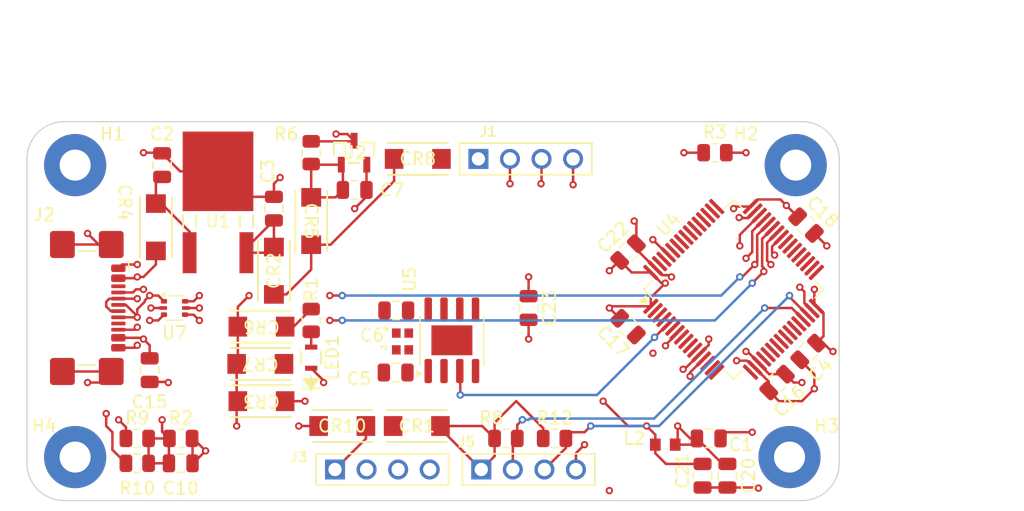
<source format=kicad_pcb>
(kicad_pcb (version 20240108) (generator "pcbnew") (generator_version "8.0")
  (layers (0 "F.Cu" signal) (1 "In1.Cu" signal) (2 "In2.Cu" signal) (31 "B.Cu" signal) (34 "B.Paste" user) (35 "F.Paste" user) (36 "B.SilkS" user "B.Silkscreen") (37 "F.SilkS" user "F.Silkscreen") (38 "B.Mask" user) (39 "F.Mask" user) (44 "Edge.Cuts" user))
  (net 0 "")
  (net 1 "GND")
  (net 2 "VBUS")
  (net 3 "GNDPWR")
  (net 4 "Net-(LED1-Pad2)")
  (net 5 "SWCLK")
  (net 6 "SWDIO")
  (net 7 "USB_D-")
  (net 10 "USB_D+")
  (net 11 "USB_CC2")
  (net 12 "USB_CC1")
  (net 13 "USART1_TX")
  (net 14 "USART1_RX")
  (net 15 "I2C2_SCL")
  (net 16 "I2C2_SDA")
  (net 26 "USB_N")
  (net 36 "+3.3VA")
  (net 38 "USB_P")
  (net 60 "+5V")
  (net 61 "+3V3")
  (net 62 "VDD")
  (net 63 "XOUT")
  (net 64 "XIN")
  (net 65 "VPP")
  (net 66 "VDC")
  (net 67 "VCC")
  (net 68 "VCOM")
  (net 69 "Boot0")
  (net 70 "RST_L")
  (net 72 "CLK_32MHZ")
  (footprint "Package_QFP:LQFP-64_10x10mm_P0.5mm" (layer "F.Cu") (at 73.5 44.5 45)
    (property "Reference" "U4")
    (property "Value" "STM32F070RBTx")
  )
  (footprint "J_1x4:PPTC041LFBN-RC" (layer "F.Cu") (at 57 59)
    (property "Reference" "J5")
    (property "Value" "Conn_01x04_Pin")
  )
  (footprint "DIODE_SCHOTTKY_40V_3A:SDO_KAVX_KAV" (layer "F.Cu") (at 48.08 34)
    (property "Reference" "CR8")
    (property "Value" "SD2010S040S3R0")
  )
  (footprint "Capacitor_SMD:C_0805_2012Metric" (layer "F.Cu") (at 57 46 -90)
    (property "Reference" "C23")
    (property "Value" "C")
  )
  (footprint "Capacitor_SMD:C_0805_2012Metric" (layer "F.Cu") (at 36.5 38 -90)
    (property "Reference" "C3")
    (property "Value" "C")
  )
  (footprint "Resistor_SMD:R_0805_2012Metric" (layer "F.Cu") (at 59.0875 56.5)
    (property "Reference" "R12")
    (property "Value" "R")
  )
  (footprint "Capacitor_SMD:C_0805_2012Metric" (layer "F.Cu") (at 79.328249 39.328249 135)
    (property "Reference" "C18")
    (property "Value" "C")
  )
  (footprint "Resistor_SMD:R_0805_2012Metric" (layer "F.Cu") (at 25.5 56.5)
    (property "Reference" "R9")
    (property "Value" "R")
  )
  (footprint "MountingHole:MountingHole_2.5mm_Pad" (layer "F.Cu") (at 20.5 34.5)
    (property "Reference" "H1")
    (property "Value" "MountingHole")
  )
  (footprint "DIODE_SCHOTTKY_40V_3A:SDO_KAVX_KAV" (layer "F.Cu") (at 39.5 39 -90)
    (property "Reference" "CR5")
    (property "Value" "SD2010S040S3R0")
  )
  (footprint "Resistor_SMD:R_0805_2012Metric" (layer "F.Cu") (at 25.5 58.5)
    (property "Reference" "R10")
    (property "Value" "R")
  )
  (footprint "FERR_0603_120:IND_BOURNS_MH1608" (layer "F.Cu") (at 68 57)
    (property "Reference" "L2")
    (property "Value" "MH1608-121Y")
  )
  (footprint "DIODE_SCHOTTKY_40V_3A:SDO_KAVX_KAV" (layer "F.Cu") (at 27 39.5 -90)
    (property "Reference" "CR4")
    (property "Value" "SD2010S040S3R0")
  )
  (footprint "Capacitor_SMD:C_0805_2012Metric" (layer "F.Cu") (at 71 59.5 90)
    (property "Reference" "C21")
    (property "Value" "C")
  )
  (footprint "Capacitor_SMD:C_0805_2012Metric" (layer "F.Cu") (at 71.5 56.5 180)
    (property "Reference" "C1")
    (property "Value" "C")
  )
  (footprint "Capacitor_SMD:C_0805_2012Metric" (layer "F.Cu") (at 29 58.5)
    (property "Reference" "C10")
    (property "Value" "C")
  )
  (footprint "Package_TO_SOT_SMD:SOT-666" (layer "F.Cu") (at 28.5 46)
    (property "Reference" "U7")
    (property "Value" "USBLC6-2P6")
  )
  (footprint "Capacitor_SMD:C_0805_2012Metric" (layer "F.Cu") (at 26.5 51 90)
    (property "Reference" "C15")
    (property "Value" "C")
  )
  (footprint "MountingHole:MountingHole_2.5mm_Pad" (layer "F.Cu") (at 78 58)
    (property "Reference" "H3")
    (property "Value" "MountingHole")
  )
  (footprint "Capacitor_SMD:C_0805_2012Metric" (layer "F.Cu") (at 77 52 45)
    (property "Reference" "C16")
    (property "Value" "C")
  )
  (footprint "Capacitor_SMD:C_0805_2012Metric" (layer "F.Cu") (at 43 36.5 180)
    (property "Reference" "C7")
    (property "Value" "C")
  )
  (footprint "Resistor_SMD:R_0805_2012Metric" (layer "F.Cu") (at 39.5 33.5 90)
    (property "Reference" "R6")
    (property "Value" "R")
  )
  (footprint "Resistor_SMD:R_0805_2012Metric" (layer "F.Cu") (at 29 56.5)
    (property "Reference" "R2")
    (property "Value" "R")
  )
  (footprint "DIODE_SCHOTTKY_40V_3A:SDO_KAVX_KAV" (layer "F.Cu") (at 42 55.5)
    (property "Reference" "CR10")
    (property "Value" "SD2010S040S3R0")
  )
  (footprint "Package_SO:SOIC-8-1EP_3.9x4.9mm_P1.27mm_EP2.41x3.3mm" (layer "F.Cu") (at 50.825 48.6 90)
    (property "Reference" "U5")
    (property "Value" "~")
  )
  (footprint "MountingHole:MountingHole_2.5mm_Pad" (layer "F.Cu") (at 20.5 58)
    (property "Reference" "H4")
    (property "Value" "MountingHole")
  )
  (footprint "DIODE_SCHOTTKY_40V_3A:SDO_KAVX_KAV" (layer "F.Cu") (at 35.405 50.5 180)
    (property "Reference" "CR7")
    (property "Value" "SD2010S040S3R0")
  )
  (footprint "Capacitor_SMD:C_0805_2012Metric" (layer "F.Cu") (at 27.5 34.5 -90)
    (property "Reference" "C2")
    (property "Value" "C")
  )
  (footprint "Capacitor_SMD:C_0805_2012Metric" (layer "F.Cu") (at 46.35 46.195)
    (property "Reference" "C6")
    (property "Value" "C")
  )
  (footprint "DIODE_SCHOTTKY_40V_3A:SDO_KAVX_KAV" (layer "F.Cu") (at 35.5 47.5 180)
    (property "Reference" "CR6")
    (property "Value" "SD2010S040S3R0")
  )
  (footprint "Capacitor_SMD:C_0805_2012Metric" (layer "F.Cu") (at 65 41.5 -135)
    (property "Reference" "C22")
    (property "Value" "C")
  )
  (footprint "DIODE_SCHOTTKY_40V_3A:SDO_KAVX_KAV" (layer "F.Cu") (at 48 55.5)
    (property "Reference" "CR1")
    (property "Value" "SD2010S040S3R0")
  )
  (footprint "DIODE_SCHOTTKY_40V_3A:SDO_KAVX_KAV" (layer "F.Cu") (at 35.5 53.5 180)
    (property "Reference" "CR3")
    (property "Value" "SD2010S040S3R0")
  )
  (footprint "DIODE_SCHOTTKY_40V_3A:SDO_KAVX_KAV" (layer "F.Cu") (at 36.5 43 90)
    (property "Reference" "CR2")
    (property "Value" "SD2010S040S3R0")
  )
  (footprint "MountingHole:MountingHole_2.5mm_Pad" (layer "F.Cu") (at 78.5 34.5)
    (property "Reference" "H2")
    (property "Value" "MountingHole")
  )
  (footprint "Resistor_SMD:R_0805_2012Metric" (layer "F.Cu") (at 39.5 47 90)
    (property "Reference" "R1")
    (property "Value" "R")
  )
  (footprint "PMIC_VREG_LDO_3.3V:TO252-3L_DIO" (layer "F.Cu") (at 32 34.9981)
    (property "Reference" "U1")
    (property "Value" "AP7363-33D-13")
  )
  (footprint "J_1x4:PPTC041LFBN-RC" (layer "F.Cu") (at 45.23 59)
    (property "Reference" "J3")
    (property "Value" "Conn_01x04_Pin")
  )
  (footprint "Resistor_SMD:R_0805_2012Metric" (layer "F.Cu") (at 72 33.5)
    (property "Reference" "R3")
    (property "Value" "10k")
  )
  (footprint "Resistor_SMD:R_0805_2012Metric" (layer "F.Cu") (at 55.175 56.5)
    (property "Reference" "R8")
    (property "Value" "R")
  )
  (footprint "LED_0805_BLUE:150080BS75000" (layer "F.Cu") (at 39.5 50 90)
    (property "Reference" "LED1")
    (property "Value" "150080BS75000")
  )
  (footprint "Capacitor_SMD:C_0805_2012Metric" (layer "F.Cu") (at 79.5 49.5 45)
    (property "Reference" "C4")
    (property "Value" "C")
  )
  (footprint "CRYSTAL_32MHZ:OSC_XRCGB32M000F2P01R0" (layer "F.Cu") (at 46.85 48.695)
    (property "Reference" "Y2")
    (property "Value" "XRCGB32M000F2P01R0")
  )
  (footprint "Capacitor_SMD:C_0805_2012Metric" (layer "F.Cu") (at 46.3 51.195)
    (property "Reference" "C5")
    (property "Value" "C")
  )
  (footprint "PMIC_SUPERVISOR_1CH:SOT23_SA_DIO" (layer "F.Cu") (at 42.95 33.5)
    (property "Reference" "U2")
    (property "Value" "APX803L20-29SA-7")
  )
  (footprint "Capacitor_SMD:C_0805_2012Metric" (layer "F.Cu") (at 65 47.5 135)
    (property "Reference" "C17")
    (property "Value" "C")
  )
  (footprint "J_1x4:PPTC041LFBN-RC" (layer "F.Cu") (at 56.77 34)
    (property "Reference" "J1")
    (property "Value" "Conn_01x04_Pin")
  )
  (footprint "Connector_USB:USB_C_Receptacle_GCT_USB4110" (layer "F.Cu") (at 20.3 46 -90)
    (property "Reference" "J2")
    (property "Value" "USB_C_Receptacle_USB2.0_16P")
  )
  (footprint "Capacitor_SMD:C_0805_2012Metric" (layer "F.Cu") (at 73 59.5 90)
    (property "Reference" "C20")
    (property "Value" "C")
  )
  (gr_arc (start 79 31) (mid 81.12132 31.87868) (end 82 34) (stroke (width 0.1)) (layer "Edge.Cuts"))
  (gr_arc (start 16.625 34) (mid 17.50368 31.87868) (end 19.625 31) (stroke (width 0.1)) (layer "Edge.Cuts"))
  (gr_line (start 16.625 34) (end 16.625 58.5) (stroke (width 0.1)) (layer "Edge.Cuts"))
  (gr_line (start 19.625 31) (end 79 31) (stroke (width 0.1)) (layer "Edge.Cuts"))
  (gr_arc (start 82 58.5) (mid 81.12132 60.62132) (end 79 61.5) (stroke (width 0.1)) (layer "Edge.Cuts"))
  (gr_arc (start 19.625 61.5) (mid 17.50368 60.62132) (end 16.625 58.5) (stroke (width 0.1)) (layer "Edge.Cuts"))
  (gr_line (start 19.625 61.5) (end 79 61.5) (stroke (width 0.1)) (layer "Edge.Cuts"))
  (gr_line (start 82 34) (end 82 58.5) (stroke (width 0.1)) (layer "Edge.Cuts"))
  (segment (start 75.144026 50.810928) (end 75.214734 50.810928) (width 0.2) (layer "F.Cu") (net 1))
  (segment (start 26.4125 58.5) (end 26.4125 56.5) (width 0.2) (layer "F.Cu") (net 1))
  (segment (start 25.3 49.2) (end 25.5 49) (width 0.2) (layer "F.Cu") (net 1))
  (segment (start 75.214734 50.810928) (end 76.328249 51.924443) (width 0.2) (layer "F.Cu") (net 1))
  (segment (start 27.5 55) (end 27.5 55.9625) (width 0.2) (layer "F.Cu") (net 1))
  (segment (start 80 51.343502) (end 80 52.5) (width 0.2) (layer "F.Cu") (net 1))
  (segment (start 74.265378 38.759996) (end 74.64381 38.759996) (width 0.2) (layer "F.Cu") (net 1))
  (segment (start 74.64381 38.759996) (end 75.214734 38.189072) (width 0.2) (layer "F.Cu") (net 1))
  (segment (start 77.156498 53.5) (end 76.328249 52.671751) (width 0.2) (layer "F.Cu") (net 1))
  (segment (start 74.573102 50.240004) (end 75.144026 50.810928) (width 0.2) (layer "F.Cu") (net 1))
  (segment (start 65.671751 40.828249) (end 65.671751 41.267945) (width 0.2) (layer "F.Cu") (net 1))
  (segment (start 73.740004 50.240004) (end 74.573102 50.240004) (width 0.2) (layer "F.Cu") (net 1))
  (segment (start 73 60.45) (end 75.45 60.45) (width 0.2) (layer "F.Cu") (net 1))
  (segment (start 68.35619 43.35619) (end 68.5 43.5) (width 0.2) (layer "F.Cu") (net 1))
  (segment (start 26 33.5) (end 27.45 33.5) (width 0.2) (layer "F.Cu") (net 1))
  (segment (start 72.9125 33.5) (end 74.5 33.5) (width 0.2) (layer "F.Cu") (net 1))
  (segment (start 27.45 33.5) (end 27.5 33.55) (width 0.2) (layer "F.Cu") (net 1))
  (segment (start 43.95 36.5) (end 43.95 34.490199) (width 0.2) (layer "F.Cu") (net 1))
  (segment (start 70.724606 49.750268) (end 69.540561 50.934313) (width 0.2) (layer "F.Cu") (net 1))
  (segment (start 43.95 37.05) (end 43 38) (width 0.2) (layer "F.Cu") (net 1))
  (segment (start 67.759996 43.35619) (end 68.35619 43.35619) (width 0.2) (layer "F.Cu") (net 1))
  (segment (start 80 40) (end 81 41) (width 0.2) (layer "F.Cu") (net 1))
  (segment (start 73.943188 38.720649) (end 74.226031 38.720649) (width 0.2) (layer "F.Cu") (net 1))
  (segment (start 79 53.5) (end 77.156498 53.5) (width 0.2) (layer "F.Cu") (net 1))
  (segment (start 65.671751 41.267945) (end 67.189072 42.785266) (width 0.2) (layer "F.Cu") (net 1))
  (segment (start 28.0375 56.5) (end 26.4125 56.5) (width 0.2) (layer "F.Cu") (net 1))
  (segment (start 28.05 56.5125) (end 28.0375 56.5) (width 0.2) (layer "F.Cu") (net 1))
  (segment (start 65.671751 40.828249) (end 65.671751 39.171751) (width 0.2) (layer "F.Cu") (net 1))
  (segment (start 27.95 51.95) (end 28 52) (width 0.2) (layer "F.Cu") (net 1))
  (segment (start 25.5 42.5) (end 24.28 42.5) (width 0.2) (layer "F.Cu") (net 1))
  (segment (start 26.5 51.95) (end 27.95 51.95) (width 0.2) (layer "F.Cu") (net 1))
  (segment (start 57 45.05) (end 57 43.5) (width 0.2) (layer "F.Cu") (net 1))
  (segment (start 73 60.45) (end 71 60.45) (width 0.2) (layer "F.Cu") (net 1))
  (segment (start 69.540561 50.934313) (end 69.434313 50.934313) (width 0.2) (layer "F.Cu") (net 1))
  (segment (start 78.825735 44.325735) (end 79.196194 44.696194) (width 0.2) (layer "F.Cu") (net 1))
  (segment (start 28.9481 34.9981) (end 27.5 33.55) (width 0.2) (layer "F.Cu") (net 1))
  (segment (start 27.5 55.9625) (end 28.0375 56.5) (width 0.2) (layer "F.Cu") (net 1))
  (segment (start 76.328249 51.924443) (end 76.328249 52.671751) (width 0.2) (layer "F.Cu") (net 1))
  (segment (start 75.45 60.45) (end 75.5 60.5) (width 0.2) (layer "F.Cu") (net 1))
  (segment (start 36.5 37.05) (end 34.0519 37.05) (width 0.2) (layer "F.Cu") (net 1))
  (segment (start 70.724606 49.750268) (end 71.5 48.974874) (width 0.2) (layer "F.Cu") (net 1))
  (segment (start 60.81 59) (end 60.81 57.69) (width 0.2) (layer "F.Cu") (net 1))
  (segment (start 40.5 51.8509) (end 39.5 50.8509) (width 0.2) (layer "F.Cu") (net 1))
  (segment (start 60.81 57.69) (end 61.5 57) (width 0.2) (layer "F.Cu") (net 1))
  (segment (start 32 34.9981) (end 28.9481 34.9981) (width 0.2) (layer "F.Cu") (net 1))
  (segment (start 71.5 48.974874) (end 71.5 48.5) (width 0.2) (layer "F.Cu") (net 1))
  (segment (start 23.98 49.2) (end 25.3 49.2) (width 0.2) (layer "F.Cu") (net 1))
  (segment (start 40.5 52) (end 40.5 51.8509) (width 0.2) (layer "F.Cu") (net 1))
  (segment (start 80 52.5) (end 79 53.5) (width 0.2) (layer "F.Cu") (net 1))
  (segment (start 43.95 34.490199) (end 43.974999 34.4652) (width 0.2) (layer "F.Cu") (net 1))
  (segment (start 79.196194 44.696194) (end 79.196194 45.6) (width 0.2) (layer "F.Cu") (net 1))
  (segment (start 24.28 42.5) (end 23.98 42.8) (width 0.2) (layer "F.Cu") (net 1))
  (segment (start 26.6 46) (end 27.575 46) (width 0.2) (layer "F.Cu") (net 1))
  (segment (start 65.671751 39.171751) (end 65.5 39) (width 0.2) (layer "F.Cu") (net 1))
  (segment (start 78.828249 50.171751) (end 80 51.343502) (width 0.2) (layer "F.Cu") (net 1))
  (segment (start 28.05 58.5) (end 28.05 56.5125) (width 0.2) (layer "F.Cu") (net 1))
  (segment (start 26.4125 58.5) (end 28.05 58.5) (width 0.2) (layer "F.Cu") (net 1))
  (segment (start 74.226031 38.720649) (end 74.265378 38.759996) (width 0.2) (layer "F.Cu") (net 1))
  (segment (start 75 56) (end 72.95 56) (width 0.2) (layer "F.Cu") (net 1))
  (segment (start 36.5 36) (end 37 35.5) (width 0.2) (layer "F.Cu") (net 1))
  (segment (start 43.95 36.5) (end 43.95 37.05) (width 0.2) (layer "F.Cu") (net 1))
  (segment (start 36.5 37.05) (end 36.5 36) (width 0.2) (layer "F.Cu") (net 1))
  (segment (start 67.189072 42.785266) (end 67.759996 43.35619) (width 0.2) (layer "F.Cu") (net 1))
  (segment (start 72.95 56) (end 72.45 56.5) (width 0.2) (layer "F.Cu") (net 1))
  (segment (start 79.196194 45.6) (end 79.810928 46.214734) (width 0.2) (layer "F.Cu") (net 1))
  (segment (start 34.0519 37.05) (end 32 34.9981) (width 0.2) (layer "F.Cu") (net 1))
  (segment (start 60.58 36.08) (end 60.58 34) (width 0.2) (layer "F.Cu") (net 1))
  (via blind (at 73.740004 50.240004) (size 0.6) (drill 0.3) (layers "F.Cu" "In2.Cu") (net 1))
  (via blind (at 25.5 42.5) (size 0.6) (drill 0.3) (layers "F.Cu" "In2.Cu") (net 1))
  (via blind (at 75.5 60.5) (size 0.6) (drill 0.3) (layers "F.Cu" "In2.Cu") (net 1))
  (via blind (at 75 56) (size 0.6) (drill 0.3) (layers "F.Cu" "In2.Cu") (net 1))
  (via blind (at 25.5 49) (size 0.6) (drill 0.3) (layers "F.Cu" "In2.Cu") (net 1))
  (via blind (at 57 43.5) (size 0.6) (drill 0.3) (layers "F.Cu" "In2.Cu") (net 1))
  (via blind (at 27.5 55) (size 0.6) (drill 0.3) (layers "F.Cu" "In2.Cu") (net 1))
  (via blind (at 80 52.5) (size 0.6) (drill 0.3) (layers "F.Cu" "In2.Cu") (net 1))
  (via blind (at 67.01019 49.639079) (size 0.6) (drill 0.3) (layers "F.Cu" "In2.Cu") (net 1))
  (via blind (at 69.434313 50.934313) (size 0.6) (drill 0.3) (layers "F.Cu" "In2.Cu") (net 1))
  (via blind (at 60.58 36.08) (size 0.6) (drill 0.3) (layers "F.Cu" "In2.Cu") (net 1))
  (via blind (at 43 38) (size 0.6) (drill 0.3) (layers "F.Cu" "In2.Cu") (net 1))
  (via blind (at 65.5 39) (size 0.6) (drill 0.3) (layers "F.Cu" "In2.Cu") (net 1))
  (via blind (at 74.5 33.5) (size 0.6) (drill 0.3) (layers "F.Cu" "In2.Cu") (net 1))
  (via blind (at 78.825735 44.325735) (size 0.6) (drill 0.3) (layers "F.Cu" "In2.Cu") (net 1))
  (via blind (at 28 52) (size 0.6) (drill 0.3) (layers "F.Cu" "In2.Cu") (net 1))
  (via blind (at 68.5 43.5) (size 0.6) (drill 0.3) (layers "F.Cu" "In2.Cu") (net 1))
  (via blind (at 71.5 48.5) (size 0.6) (drill 0.3) (layers "F.Cu" "In2.Cu") (net 1))
  (via blind (at 73.943188 38.720649) (size 0.6) (drill 0.3) (layers "F.Cu" "In2.Cu") (net 1))
  (via blind (at 63.5 60.7) (size 0.6) (drill 0.3) (layers "F.Cu" "In2.Cu") (net 1))
  (via blind (at 37 35.5) (size 0.6) (drill 0.3) (layers "F.Cu" "In2.Cu") (net 1))
  (via blind (at 26 33.5) (size 0.6) (drill 0.3) (layers "F.Cu" "In2.Cu") (net 1))
  (via blind (at 81 41) (size 0.6) (drill 0.3) (layers "F.Cu" "In2.Cu") (net 1))
  (via blind (at 61.5 57) (size 0.6) (drill 0.3) (layers "F.Cu" "In2.Cu") (net 1))
  (via blind (at 26.6 46) (size 0.6) (drill 0.3) (layers "F.Cu" "In2.Cu") (net 1))
  (via blind (at 40.5 52) (size 0.6) (drill 0.3) (layers "F.Cu" "In2.Cu") (net 1))
  (segment (start 25.9 48.4) (end 26 48.5) (width 0.2) (layer "F.Cu") (net 2))
  (segment (start 23.98 48.4) (end 25.9 48.4) (width 0.2) (layer "F.Cu") (net 2))
  (segment (start 26 43.5) (end 27 42.5) (width 0.2) (layer "F.Cu") (net 2))
  (segment (start 23.98 43.6) (end 25.4 43.6) (width 0.2) (layer "F.Cu") (net 2))
  (segment (start 26.5 49) (end 26.5 50.05) (width 0.2) (layer "F.Cu") (net 2))
  (segment (start 25.5 43.5) (end 26 43.5) (width 0.2) (layer "F.Cu") (net 2))
  (segment (start 26 48.5) (end 26.5 49) (width 0.2) (layer "F.Cu") (net 2))
  (segment (start 25.4 43.6) (end 25.5 43.5) (width 0.2) (layer "F.Cu") (net 2))
  (segment (start 29.425 46) (end 30.5 46) (width 0.2) (layer "F.Cu") (net 2))
  (segment (start 27 42.5) (end 27 41.405) (width 0.2) (layer "F.Cu") (net 2))
  (via blind (at 30.5 46) (size 0.6) (drill 0.3) (layers "F.Cu" "In2.Cu") (net 2))
  (via blind (at 26 48.5) (size 0.6) (drill 0.3) (layers "F.Cu" "In2.Cu") (net 2))
  (via blind (at 25.5 43.5) (size 0.6) (drill 0.3) (layers "F.Cu" "In2.Cu") (net 2))
  (segment (start 22.515 52) (end 23.405 51.11) (width 0.2) (layer "F.Cu") (net 3))
  (segment (start 29.95 56.5875) (end 29.8625 56.5) (width 0.2) (layer "F.Cu") (net 3))
  (segment (start 29.95 58.5) (end 30 58.5) (width 0.2) (layer "F.Cu") (net 3))
  (segment (start 29.95 58.5) (end 29.95 56.5875) (width 0.2) (layer "F.Cu") (net 3))
  (segment (start 19.475 51.11) (end 23.405 51.11) (width 0.2) (layer "F.Cu") (net 3))
  (segment (start 30 56.5) (end 31 57.5) (width 0.2) (layer "F.Cu") (net 3))
  (segment (start 22.39 40.89) (end 23.405 40.89) (width 0.2) (layer "F.Cu") (net 3))
  (segment (start 21.5 40) (end 22.39 40.89) (width 0.2) (layer "F.Cu") (net 3))
  (segment (start 19.475 40.89) (end 23.405 40.89) (width 0.2) (layer "F.Cu") (net 3))
  (segment (start 29.9125 56.5) (end 30 56.5) (width 0.2) (layer "F.Cu") (net 3))
  (segment (start 21.5 52) (end 22.515 52) (width 0.2) (layer "F.Cu") (net 3))
  (segment (start 30 58.5) (end 31 57.5) (width 0.2) (layer "F.Cu") (net 3))
  (via blind (at 21.5 52) (size 0.6) (drill 0.3) (layers "F.Cu" "In2.Cu") (net 3))
  (via blind (at 31 57.5) (size 0.6) (drill 0.3) (layers "F.Cu" "In2.Cu") (net 3))
  (via blind (at 21.5 40) (size 0.6) (drill 0.3) (layers "F.Cu" "In2.Cu") (net 3))
  (segment (start 39.5 47.9125) (end 39.5 49.1491) (width 0.2) (layer "F.Cu") (net 4))
  (segment (start 74 40.110912) (end 75.568287 38.542625) (width 0.2) (layer "F.Cu") (net 5))
  (segment (start 55.5 36) (end 55.5 34) (width 0.2) (layer "F.Cu") (net 5))
  (segment (start 74 41) (end 74 40.110912) (width 0.2) (layer "F.Cu") (net 5))
  (via blind (at 74 41) (size 0.6) (drill 0.3) (layers "F.Cu" "In1.Cu") (net 5))
  (via blind (at 55.5 36) (size 0.6) (drill 0.3) (layers "F.Cu" "In1.Cu") (net 5))
  (segment (start 75 39.81802) (end 75.921841 38.896179) (width 0.2) (layer "F.Cu") (net 6))
  (segment (start 75 41.5) (end 75 39.81802) (width 0.2) (layer "F.Cu") (net 6))
  (segment (start 58 36) (end 58.04 35.96) (width 0.2) (layer "F.Cu") (net 6))
  (segment (start 74.5 42) (end 75 41.5) (width 0.2) (layer "F.Cu") (net 6))
  (segment (start 58.04 35.96) (end 58.04 34) (width 0.2) (layer "F.Cu") (net 6))
  (via blind (at 74.5 42) (size 0.6) (drill 0.3) (layers "F.Cu" "In1.Cu") (net 6))
  (via blind (at 58 36) (size 0.6) (drill 0.3) (layers "F.Cu" "In1.Cu") (net 6))
  (segment (start 23.98 46.25) (end 23.37259 46.25) (width 0.2) (layer "F.Cu") (net 7))
  (segment (start 23 45.5) (end 23.25 45.25) (width 0.2) (layer "F.Cu") (net 7))
  (segment (start 27.1875 47) (end 27.65 46.5375) (width 0.2) (layer "F.Cu") (net 7))
  (segment (start 23 45.87741) (end 23 45.5) (width 0.2) (layer "F.Cu") (net 7))
  (segment (start 25.5 45.25) (end 23.98 45.25) (width 0.2) (layer "F.Cu") (net 7))
  (segment (start 23.37259 46.25) (end 23 45.87741) (width 0.2) (layer "F.Cu") (net 7))
  (segment (start 26.5 47) (end 27.1875 47) (width 0.2) (layer "F.Cu") (net 7))
  (segment (start 23.25 45.25) (end 23.98 45.25) (width 0.2) (layer "F.Cu") (net 7))
  (via blind (at 26.5 47) (size 0.6) (drill 0.3) (layers "F.Cu" "In1.Cu") (net 7))
  (via blind (at 25.5 45.25) (size 0.6) (drill 0.3) (layers "F.Cu" "In1.Cu") (net 7))
  (segment (start 26.1 45.498529) (end 26.1 45.4) (width 0.2) (layer "F.Cu") (net 10))
  (segment (start 26.1 45.4) (end 26.5 45) (width 0.2) (layer "F.Cu") (net 10))
  (segment (start 24.58741 45.75) (end 23.98 45.75) (width 0.2) (layer "F.Cu") (net 10))
  (segment (start 25.5 46.66259) (end 24.58741 45.75) (width 0.2) (layer "F.Cu") (net 10))
  (segment (start 26.5 45) (end 27.1875 45) (width 0.2) (layer "F.Cu") (net 10))
  (segment (start 25.5 46.098529) (end 26.1 45.498529) (width 0.2) (layer "F.Cu") (net 10))
  (segment (start 25.5 46.75) (end 25.5 46.66259) (width 0.2) (layer "F.Cu") (net 10))
  (segment (start 25.5 46.75) (end 23.98 46.75) (width 0.2) (layer "F.Cu") (net 10))
  (segment (start 25.5 46.75) (end 25.5 46.098529) (width 0.2) (layer "F.Cu") (net 10))
  (segment (start 27.1875 45) (end 27.65 45.4625) (width 0.2) (layer "F.Cu") (net 10))
  (via blind (at 25.5 46.75) (size 0.6) (drill 0.3) (layers "F.Cu" "In1.Cu") (net 10))
  (via blind (at 26.5 45) (size 0.6) (drill 0.3) (layers "F.Cu" "In1.Cu") (net 10))
  (segment (start 24.5875 56.5) (end 24.5875 55.5875) (width 0.2) (layer "F.Cu") (net 11))
  (segment (start 24.5875 55.5875) (end 24 55) (width 0.2) (layer "F.Cu") (net 11))
  (segment (start 25.300003 47.75) (end 23.98 47.75) (width 0.2) (layer "F.Cu") (net 11))
  (segment (start 25.5 47.550003) (end 25.300003 47.75) (width 0.2) (layer "F.Cu") (net 11))
  (via blind (at 24 55) (size 0.6) (drill 0.3) (layers "F.Cu" "In1.Cu") (net 11))
  (via blind (at 25.5 47.550003) (size 0.6) (drill 0.3) (layers "F.Cu" "In1.Cu") (net 11))
  (segment (start 23 55.5) (end 23 54.5) (width 0.2) (layer "F.Cu") (net 12))
  (segment (start 23.5 56) (end 23 55.5) (width 0.2) (layer "F.Cu") (net 12))
  (segment (start 23.5 57.4125) (end 23.5 56) (width 0.2) (layer "F.Cu") (net 12))
  (segment (start 25.151471 44.75) (end 25.401471 44.5) (width 0.2) (layer "F.Cu") (net 12))
  (segment (start 23.98 44.75) (end 25.151471 44.75) (width 0.2) (layer "F.Cu") (net 12))
  (segment (start 24.5875 58.5) (end 23.5 57.4125) (width 0.2) (layer "F.Cu") (net 12))
  (segment (start 25.401471 44.5) (end 26 44.5) (width 0.2) (layer "F.Cu") (net 12))
  (via blind (at 23 54.5) (size 0.6) (drill 0.3) (layers "F.Cu" "In1.Cu") (net 12))
  (via blind (at 26 44.5) (size 0.6) (drill 0.3) (layers "F.Cu" "In1.Cu") (net 12))
  (segment (start 76.6 41.046446) (end 77.336054 40.310392) (width 0.2) (layer "F.Cu") (net 13))
  (segment (start 76.8 41.741051) (end 76.6 41.541051) (width 0.2) (layer "F.Cu") (net 13))
  (segment (start 76.6 41.541051) (end 76.6 41.046446) (width 0.2) (layer "F.Cu") (net 13))
  (via blind (at 76.8 41.741051) (size 0.6) (drill 0.3) (layers "F.Cu" "In1.Cu") (net 13))
  (segment (start 76.5 42.5) (end 76.2 42.2) (width 0.2) (layer "F.Cu") (net 14))
  (segment (start 76.2 42.2) (end 76.2 40.73934) (width 0.2) (layer "F.Cu") (net 14))
  (segment (start 76.2 40.73934) (end 76.982501 39.956839) (width 0.2) (layer "F.Cu") (net 14))
  (via blind (at 76.5 42.5) (size 0.6) (drill 0.3) (layers "F.Cu" "In1.Cu") (net 14))
  (segment (start 76 46) (end 78.18198 46) (width 0.2) (layer "F.Cu") (net 15))
  (segment (start 55.73 56.8575) (end 56.0875 56.5) (width 0.2) (layer "F.Cu") (net 15))
  (segment (start 78.18198 46) (end 79.103821 46.921841) (width 0.2) (layer "F.Cu") (net 15))
  (segment (start 56.0875 55.4125) (end 56.5 55) (width 0.2) (layer "F.Cu") (net 15))
  (segment (start 55.73 59) (end 55.73 56.8575) (width 0.2) (layer "F.Cu") (net 15))
  (segment (start 56.0875 56.5) (end 56.0875 55.4125) (width 0.2) (layer "F.Cu") (net 15))
  (via blind (at 76 46) (size 0.6) (drill 0.3) (layers "F.Cu" "B.Cu") (net 15))
  (via blind (at 56.5 55) (size 0.6) (drill 0.3) (layers "F.Cu" "B.Cu") (net 15))
  (segment (start 56.5 55) (end 57 55) (width 0.2) (layer "B.Cu") (net 15))
  (segment (start 57 55) (end 57.1 54.9) (width 0.2) (layer "B.Cu") (net 15))
  (segment (start 57.1 54.9) (end 67.1 54.9) (width 0.2) (layer "B.Cu") (net 15))
  (segment (start 76 46) (end 67.1 54.9) (width 0.2) (layer "B.Cu") (net 15))
  (segment (start 60 56.5) (end 60.5 56) (width 0.2) (layer "F.Cu") (net 16))
  (segment (start 58.27 59) (end 60 57.27) (width 0.2) (layer "F.Cu") (net 16))
  (segment (start 60.5 56) (end 61.5 56) (width 0.2) (layer "F.Cu") (net 16))
  (segment (start 79.457375 46.568287) (end 78 45.110912) (width 0.2) (layer "F.Cu") (net 16))
  (segment (start 60 57.27) (end 60 56.5) (width 0.2) (layer "F.Cu") (net 16))
  (segment (start 78 45.110912) (end 78 45) (width 0.2) (layer "F.Cu") (net 16))
  (segment (start 61.5 56) (end 62 55.5) (width 0.2) (layer "F.Cu") (net 16))
  (via blind (at 62 55.5) (size 0.6) (drill 0.3) (layers "F.Cu" "B.Cu") (net 16))
  (via blind (at 78 45) (size 0.6) (drill 0.3) (layers "F.Cu" "B.Cu") (net 16))
  (segment (start 78 45) (end 67.5 55.5) (width 0.2) (layer "B.Cu") (net 16))
  (segment (start 67.5 55.5) (end 62 55.5) (width 0.2) (layer "B.Cu") (net 16))
  (segment (start 75.934313 43.065687) (end 75.934313 42.782842) (width 0.2) (layer "F.Cu") (net 26))
  (segment (start 30.0375 46.5375) (end 30.5 47) (width 0.2) (layer "F.Cu") (net 26))
  (segment (start 75.8 42.648529) (end 75.8 40.432234) (width 0.2) (layer "F.Cu") (net 26))
  (segment (start 75.934313 42.782842) (end 75.8 42.648529) (width 0.2) (layer "F.Cu") (net 26))
  (segment (start 29.35 46.5375) (end 30.0375 46.5375) (width 0.2) (layer "F.Cu") (net 26))
  (segment (start 75.8 40.432234) (end 76.628948 39.603286) (width 0.2) (layer "F.Cu") (net 26))
  (segment (start 75 44) (end 75.934313 43.065687) (width 0.2) (layer "F.Cu") (net 26))
  (segment (start 41 47) (end 42 47) (width 0.2) (layer "F.Cu") (net 26))
  (via blind (at 41 47) (size 0.6) (drill 0.3) (layers "F.Cu" "In1.Cu") (net 26))
  (via blind (at 42 47) (size 0.6) (drill 0.3) (layers "F.Cu" "B.Cu") (net 26))
  (via blind (at 30.5 47) (size 0.6) (drill 0.3) (layers "F.Cu" "In1.Cu") (net 26))
  (via blind (at 75.934313 43.065687) (size 0.6) (drill 0.3) (layers "F.Cu" "In1.Cu") (net 26))
  (via blind (at 75 44) (size 0.6) (drill 0.3) (layers "F.Cu" "B.Cu") (net 26))
  (segment (start 72 47) (end 75 44) (width 0.2) (layer "B.Cu") (net 26))
  (segment (start 42 47) (end 72 47) (width 0.2) (layer "B.Cu") (net 26))
  (segment (start 72.6 58.55) (end 70.55 56.5) (width 0.2) (layer "F.Cu") (net 36))
  (segment (start 69 55.5) (end 69 56.8001) (width 0.2) (layer "F.Cu") (net 36))
  (segment (start 68.8001 57) (end 70.05 57) (width 0.2) (layer "F.Cu") (net 36))
  (segment (start 71.078159 50.103821) (end 70 51.18198) (width 0.2) (layer "F.Cu") (net 36))
  (segment (start 70 51.18198) (end 70 51.5) (width 0.2) (layer "F.Cu") (net 36))
  (segment (start 70.55 56.5) (end 70 56.5) (width 0.2) (layer "F.Cu") (net 36))
  (segment (start 70.05 57) (end 70.55 56.5) (width 0.2) (layer "F.Cu") (net 36))
  (segment (start 69 56.8001) (end 68.8001 57) (width 0.2) (layer "F.Cu") (net 36))
  (segment (start 70 56.5) (end 69 55.5) (width 0.2) (layer "F.Cu") (net 36))
  (segment (start 73 58.55) (end 72.6 58.55) (width 0.2) (layer "F.Cu") (net 36))
  (via blind (at 70 51.5) (size 0.6) (drill 0.3) (layers "F.Cu" "In1.Cu") (net 36))
  (via blind (at 69 55.5) (size 0.6) (drill 0.3) (layers "F.Cu" "In1.Cu") (net 36))
  (segment (start 75.2 42.5) (end 75.4 42.3) (width 0.2) (layer "F.Cu") (net 38))
  (segment (start 29.35 45.4625) (end 30.0375 45.4625) (width 0.2) (layer "F.Cu") (net 38))
  (segment (start 30.0375 45.4625) (end 30.5 45) (width 0.2) (layer "F.Cu") (net 38))
  (segment (start 75.4 42.3) (end 75.4 40.125126) (width 0.2) (layer "F.Cu") (net 38))
  (segment (start 41 45) (end 42 45) (width 0.2) (layer "F.Cu") (net 38))
  (segment (start 75.4 40.125126) (end 76.275394 39.249732) (width 0.2) (layer "F.Cu") (net 38))
  (segment (start 74 43.5) (end 74.2 43.5) (width 0.2) (layer "F.Cu") (net 38))
  (segment (start 74.2 43.5) (end 75.2 42.5) (width 0.2) (layer "F.Cu") (net 38))
  (via blind (at 41 45) (size 0.6) (drill 0.3) (layers "F.Cu" "In1.Cu") (net 38))
  (via blind (at 74 43.5) (size 0.6) (drill 0.3) (layers "F.Cu" "B.Cu") (net 38))
  (via blind (at 30.5 45) (size 0.6) (drill 0.3) (layers "F.Cu" "In1.Cu") (net 38))
  (via blind (at 42 45) (size 0.6) (drill 0.3) (layers "F.Cu" "B.Cu") (net 38))
  (via blind (at 75.2 42.5) (size 0.6) (drill 0.3) (layers "F.Cu" "In1.Cu") (net 38))
  (segment (start 42 45) (end 72.5 45) (width 0.2) (layer "B.Cu") (net 38))
  (segment (start 72.5 45) (end 74 43.5) (width 0.2) (layer "B.Cu") (net 38))
  (segment (start 27 35.95) (end 27.5 35.45) (width 0.2) (layer "F.Cu") (net 60))
  (segment (start 27 37.595) (end 27.446222 37.595) (width 0.2) (layer "F.Cu") (net 60))
  (segment (start 27.446222 37.595) (end 29.714 39.862778) (width 0.2) (layer "F.Cu") (net 60))
  (segment (start 27 37.595) (end 27 35.95) (width 0.2) (layer "F.Cu") (net 60))
  (segment (start 29.714 39.862778) (end 29.714 41.5513) (width 0.2) (layer "F.Cu") (net 60))
  (segment (start 54.2625 57.9275) (end 53.19 59) (width 0.2) (layer "F.Cu") (net 61))
  (segment (start 36.0437 41.5513) (end 36.5 41.095) (width 0.2) (layer "F.Cu") (net 61))
  (segment (start 34.286 41.164) (end 34.286 41.5513) (width 0.2) (layer "F.Cu") (net 61))
  (segment (start 41.42 59) (end 43.905 56.515) (width 0.2) (layer "F.Cu") (net 61))
  (segment (start 54.2625 56.5) (end 54.2625 57.9275) (width 0.2) (layer "F.Cu") (net 61))
  (segment (start 54.2625 55.2375) (end 54.2625 56.5) (width 0.2) (layer "F.Cu") (net 61))
  (segment (start 58.175 56.5) (end 58.175 55.675) (width 0.2) (layer "F.Cu") (net 61))
  (segment (start 49.905 55.5) (end 53.2625 55.5) (width 0.2) (layer "F.Cu") (net 61))
  (segment (start 49.905 55.5) (end 49.905 55.715) (width 0.2) (layer "F.Cu") (net 61))
  (segment (start 58.175 55.675) (end 56 53.5) (width 0.2) (layer "F.Cu") (net 61))
  (segment (start 53.2625 55.5) (end 54.2625 56.5) (width 0.2) (layer "F.Cu") (net 61))
  (segment (start 34.286 41.5513) (end 36.0437 41.5513) (width 0.2) (layer "F.Cu") (net 61))
  (segment (start 49.905 55.715) (end 53.19 59) (width 0.2) (layer "F.Cu") (net 61))
  (segment (start 56 53.5) (end 54.2625 55.2375) (width 0.2) (layer "F.Cu") (net 61))
  (segment (start 43.905 56.515) (end 43.905 55.5) (width 0.2) (layer "F.Cu") (net 61))
  (segment (start 36.5 38.95) (end 34.286 41.164) (width 0.2) (layer "F.Cu") (net 61))
  (segment (start 36.5 41.095) (end 36.5 38.95) (width 0.2) (layer "F.Cu") (net 61))
  (segment (start 77.75 37.75) (end 78.656498 38.656498) (width 0.2) (layer "F.Cu") (net 62))
  (segment (start 66.835519 45.861181) (end 66.835519 45.164481) (width 0.2) (layer "F.Cu") (net 62))
  (segment (start 67.6967 44) (end 66.835519 43.138819) (width 0.2) (layer "F.Cu") (net 62))
  (segment (start 80.735405 46.432105) (end 80.164481 45.861181) (width 0.2) (layer "F.Cu") (net 62))
  (segment (start 37.405 53.5) (end 39 53.5) (width 0.2) (layer "F.Cu") (net 62))
  (segment (start 75.432105 37.264595) (end 74.861181 37.835519) (width 0.2) (layer "F.Cu") (net 62))
  (segment (start 80.735405 48.264595) (end 80.735405 46.432105) (width 0.2) (layer "F.Cu") (net 62))
  (segment (start 75.568287 50.528083) (end 76.368453 51.328249) (width 0.2) (layer "F.Cu") (net 62))
  (segment (start 63 53.5) (end 65 55.5) (width 0.2) (layer "F.Cu") (net 62))
  (segment (start 80.171751 48.828249) (end 80.735405 48.264595) (width 0.2) (layer "F.Cu") (net 62))
  (segment (start 78.343502 52) (end 77.671751 51.328249) (width 0.2) (layer "F.Cu") (net 62))
  (segment (start 80.171751 48.828249) (end 80.728249 48.828249) (width 0.2) (layer "F.Cu") (net 62))
  (segment (start 63.5 43) (end 64.328249 42.171751) (width 0.2) (layer "F.Cu") (net 62))
  (segment (start 64.328249 42.171751) (end 65.295317 43.138819) (width 0.2) (layer "F.Cu") (net 62))
  (segment (start 66.835519 45.164481) (end 68 44) (width 0.2) (layer "F.Cu") (net 62))
  (segment (start 57 46.95) (end 57 48.5) (width 0.2) (layer "F.Cu") (net 62))
  (segment (start 77.75 37.75) (end 77.264595 37.264595) (width 0.2) (layer "F.Cu") (net 62))
  (segment (start 67.1999 56.1999) (end 66.5 55.5) (width 0.2) (layer "F.Cu") (net 62))
  (segment (start 67.1999 57.6953) (end 68.0546 58.55) (width 0.2) (layer "F.Cu") (net 62))
  (segment (start 75.568287 50.457375) (end 74.610912 49.5) (width 0.2) (layer "F.Cu") (net 62))
  (segment (start 75.568287 50.457375) (end 75.568287 50.528083) (width 0.2) (layer "F.Cu") (net 62))
  (segment (start 66.835519 45.861181) (end 63.638819 45.861181) (width 0.2) (layer "F.Cu") (net 62))
  (segment (start 67.1999 57) (end 67.1999 56.1999) (width 0.2) (layer "F.Cu") (net 62))
  (segment (start 80 45.6967) (end 80.164481 45.861181) (width 0.2) (layer "F.Cu") (net 62))
  (segment (start 65.295317 43.138819) (end 66.835519 43.138819) (width 0.2) (layer "F.Cu") (net 62))
  (segment (start 67.1999 57) (end 67.1999 57.6953) (width 0.2) (layer "F.Cu") (net 62))
  (segment (start 76.368453 51.328249) (end 77.671751 51.328249) (width 0.2) (layer "F.Cu") (net 62))
  (segment (start 68 44) (end 67.6967 44) (width 0.2) (layer "F.Cu") (net 62))
  (segment (start 73.5 38) (end 73.664481 37.835519) (width 0.2) (layer "F.Cu") (net 62))
  (segment (start 77.264595 37.264595) (end 75.432105 37.264595) (width 0.2) (layer "F.Cu") (net 62))
  (segment (start 65 55.5) (end 66.5 55.5) (width 0.2) (layer "F.Cu") (net 62))
  (segment (start 73.664481 37.835519) (end 74.861181 37.835519) (width 0.2) (layer "F.Cu") (net 62))
  (segment (start 74.610912 49.5) (end 74.5 49.5) (width 0.2) (layer "F.Cu") (net 62))
  (segment (start 80.728249 48.828249) (end 81.4 49.5) (width 0.2) (layer "F.Cu") (net 62))
  (segment (start 80 44.5) (end 80 45.6967) (width 0.2) (layer "F.Cu") (net 62))
  (segment (start 79 52) (end 78.343502 52) (width 0.2) (layer "F.Cu") (net 62))
  (segment (start 63.638819 45.861181) (end 63.5 46) (width 0.2) (layer "F.Cu") (net 62))
  (segment (start 64.328249 46.828249) (end 63.5 46) (width 0.2) (layer "F.Cu") (net 62))
  (segment (start 68.0546 58.55) (end 71 58.55) (width 0.2) (layer "F.Cu") (net 62))
  (via blind (at 79 52) (size 0.6) (drill 0.3) (layers "F.Cu" "In2.Cu") (net 62))
  (via blind (at 39 53.5) (size 0.6) (drill 0.3) (layers "F.Cu" "In2.Cu") (net 62))
  (via blind (at 68 44) (size 0.6) (drill 0.3) (layers "F.Cu" "In2.Cu") (net 62))
  (via blind (at 63.5 43) (size 0.6) (drill 0.3) (layers "F.Cu" "In2.Cu") (net 62))
  (via blind (at 74.5 49.5) (size 0.6) (drill 0.3) (layers "F.Cu" "In2.Cu") (net 62))
  (via blind (at 63 53.5) (size 0.6) (drill 0.3) (layers "F.Cu" "In2.Cu") (net 62))
  (via blind (at 81.5 49.5) (size 0.6) (drill 0.3) (layers "F.Cu" "In2.Cu") (net 62))
  (via blind (at 63.5 46) (size 0.6) (drill 0.3) (layers "F.Cu" "In2.Cu") (net 62))
  (via blind (at 77.75 37.75) (size 0.6) (drill 0.3) (layers "F.Cu" "In1.Cu") (net 62))
  (via blind (at 66.5 55.5) (size 0.6) (drill 0.3) (layers "F.Cu" "In2.Cu") (net 62))
  (via blind (at 80 44.5) (size 0.6) (drill 0.3) (layers "F.Cu" "In2.Cu") (net 62))
  (via blind (at 57 48.5) (size 0.6) (drill 0.3) (layers "F.Cu" "In2.Cu") (net 62))
  (via blind (at 73.5 38) (size 0.6) (drill 0.3) (layers "F.Cu" "In2.Cu") (net 62))
  (segment (start 41.925001 34.4652) (end 39.5527 34.4652) (width 0.2) (layer "F.Cu") (net 65))
  (segment (start 39.5 37.095) (end 39.5 34.4125) (width 0.2) (layer "F.Cu") (net 65))
  (segment (start 42.05 36.5) (end 42.05 34.590199) (width 0.2) (layer "F.Cu") (net 65))
  (segment (start 39.5 37.095) (end 41.455 37.095) (width 0.2) (layer "F.Cu") (net 65))
  (segment (start 42.05 34.590199) (end 41.925001 34.4652) (width 0.2) (layer "F.Cu") (net 65))
  (segment (start 41.455 37.095) (end 42.05 36.5) (width 0.2) (layer "F.Cu") (net 65))
  (segment (start 39.5527 34.4652) (end 39.5 34.4125) (width 0.2) (layer "F.Cu") (net 65))
  (segment (start 34.5 45) (end 33.595 45.905) (width 0.2) (layer "F.Cu") (net 66))
  (segment (start 33.595 50.405) (end 33.5 50.5) (width 0.2) (layer "F.Cu") (net 66))
  (segment (start 39.5 40.905) (end 39.5 42.9051) (width 0.2) (layer "F.Cu") (net 66))
  (segment (start 39.5 40.905) (end 41.054744 40.905) (width 0.2) (layer "F.Cu") (net 66))
  (segment (start 39.5 42.9051) (end 37.5001 44.905) (width 0.2) (layer "F.Cu") (net 66))
  (segment (start 40.095 55.5) (end 38.5 55.5) (width 0.2) (layer "F.Cu") (net 66))
  (segment (start 33.5 50.5) (end 33.5 53.405) (width 0.2) (layer "F.Cu") (net 66))
  (segment (start 33.595 45.905) (end 33.595 47.5) (width 0.2) (layer "F.Cu") (net 66))
  (segment (start 46.175 35.784744) (end 46.175 34) (width 0.2) (layer "F.Cu") (net 66))
  (segment (start 33.5 50.5) (end 33.5 55.5) (width 0.2) (layer "F.Cu") (net 66))
  (segment (start 37.5001 44.905) (end 36.5 44.905) (width 0.2) (layer "F.Cu") (net 66))
  (segment (start 41.054744 40.905) (end 46.175 35.784744) (width 0.2) (layer "F.Cu") (net 66))
  (segment (start 33.595 47.5) (end 33.595 50.405) (width 0.2) (layer "F.Cu") (net 66))
  (segment (start 33.5 53.405) (end 33.595 53.5) (width 0.2) (layer "F.Cu") (net 66))
  (via blind (at 34.5 45) (size 0.6) (drill 0.3) (layers "F.Cu" "In2.Cu") (net 66))
  (via blind (at 38.5 55.5) (size 0.6) (drill 0.3) (layers "F.Cu" "In2.Cu") (net 66))
  (via blind (at 33.5 55.5) (size 0.6) (drill 0.3) (layers "F.Cu" "In2.Cu") (net 66))
  (segment (start 38.0875 47.5) (end 39.5 46.0875) (width 0.2) (layer "F.Cu") (net 67))
  (segment (start 37.405 47.5) (end 38.0875 47.5) (width 0.2) (layer "F.Cu") (net 67))
  (segment (start 68.249732 41.724606) (end 68.224606 41.724606) (width 0.2) (layer "F.Cu") (net 69))
  (segment (start 68.224606 41.724606) (end 67 40.5) (width 0.2) (layer "F.Cu") (net 69))
  (segment (start 71.0875 33.5) (end 69.5 33.5) (width 0.2) (layer "F.Cu") (net 69))
  (via blind (at 67 40.5) (size 0.6) (drill 0.3) (layers "F.Cu" "In1.Cu") (net 69))
  (via blind (at 69.5 33.5) (size 0.6) (drill 0.3) (layers "F.Cu" "In1.Cu") (net 69))
  (segment (start 41.5 32) (end 42.4152 32) (width 0.2) (layer "F.Cu") (net 70))
  (segment (start 68.02158 48.978419) (end 68.978419 48.02158) (width 0.2) (layer "F.Cu") (net 70))
  (segment (start 39.5 32.5875) (end 42.8973 32.5875) (width 0.2) (layer "F.Cu") (net 70))
  (segment (start 42.8973 32.5875) (end 42.95 32.5348) (width 0.2) (layer "F.Cu") (net 70))
  (segment (start 42.4152 32) (end 42.95 32.5348) (width 0.2) (layer "F.Cu") (net 70))
  (via blind (at 68.02158 49.039079) (size 0.6) (drill 0.3) (layers "F.Cu" "In1.Cu") (net 70))
  (via blind (at 41.5 32) (size 0.6) (drill 0.3) (layers "F.Cu" "In1.Cu") (net 70))
  (segment (start 67.137697 48.362303) (end 67.862303 47.637697) (width 0.2) (layer "F.Cu") (net 72))
  (segment (start 51.5 53) (end 51.5 51.115) (width 0.2) (layer "F.Cu") (net 72))
  (segment (start 51.5 51.115) (end 51.46 51.075) (width 0.2) (layer "F.Cu") (net 72))
  (via blind (at 51.5 53) (size 0.6) (drill 0.3) (layers "F.Cu" "B.Cu") (net 72))
  (via blind (at 67.137697 48.362303) (size 0.6) (drill 0.3) (layers "F.Cu" "B.Cu") (net 72))
  (segment (start 51.5 53) (end 62.5 53) (width 0.2) (layer "B.Cu") (net 72))
  (segment (start 62.5 53) (end 67.137697 48.362303) (width 0.2) (layer "B.Cu") (net 72))
)
</source>
